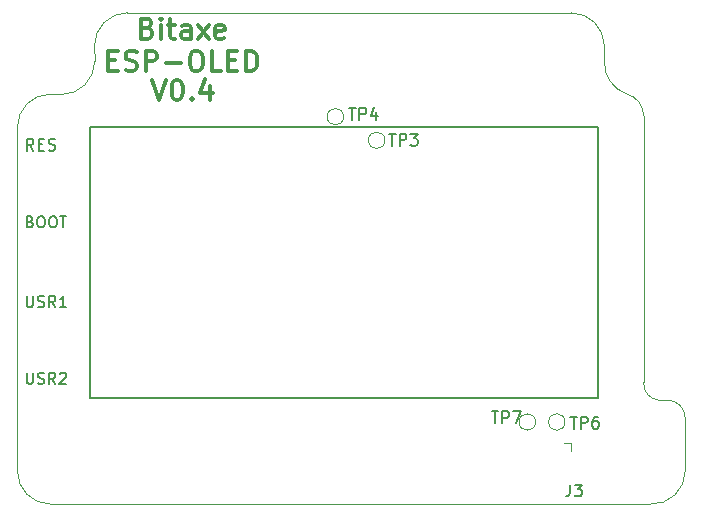
<source format=gbr>
%TF.GenerationSoftware,KiCad,Pcbnew,8.0.6*%
%TF.CreationDate,2024-11-01T22:46:24-06:00*%
%TF.ProjectId,bitaxe-ESP-OLED,62697461-7865-42d4-9553-502d4f4c4544,v0.4*%
%TF.SameCoordinates,Original*%
%TF.FileFunction,Legend,Top*%
%TF.FilePolarity,Positive*%
%FSLAX46Y46*%
G04 Gerber Fmt 4.6, Leading zero omitted, Abs format (unit mm)*
G04 Created by KiCad (PCBNEW 8.0.6) date 2024-11-01 22:46:24*
%MOMM*%
%LPD*%
G01*
G04 APERTURE LIST*
%ADD10C,0.150000*%
%ADD11C,0.300000*%
%ADD12C,0.200000*%
%ADD13C,0.120000*%
%TA.AperFunction,Profile*%
%ADD14C,0.100000*%
%TD*%
G04 APERTURE END LIST*
D10*
X179200000Y-71850000D02*
X179200000Y-94850000D01*
X179200000Y-94855000D02*
X136200000Y-94855000D01*
X136200000Y-94855000D02*
X136200000Y-71855000D01*
X136200000Y-71855000D02*
X179200000Y-71855000D01*
D11*
X141509272Y-67876353D02*
X142075939Y-69576353D01*
X142075939Y-69576353D02*
X142642606Y-67876353D01*
X143533082Y-67876353D02*
X143694987Y-67876353D01*
X143694987Y-67876353D02*
X143856891Y-67957305D01*
X143856891Y-67957305D02*
X143937844Y-68038258D01*
X143937844Y-68038258D02*
X144018796Y-68200162D01*
X144018796Y-68200162D02*
X144099749Y-68523972D01*
X144099749Y-68523972D02*
X144099749Y-68928734D01*
X144099749Y-68928734D02*
X144018796Y-69252543D01*
X144018796Y-69252543D02*
X143937844Y-69414448D01*
X143937844Y-69414448D02*
X143856891Y-69495401D01*
X143856891Y-69495401D02*
X143694987Y-69576353D01*
X143694987Y-69576353D02*
X143533082Y-69576353D01*
X143533082Y-69576353D02*
X143371177Y-69495401D01*
X143371177Y-69495401D02*
X143290225Y-69414448D01*
X143290225Y-69414448D02*
X143209272Y-69252543D01*
X143209272Y-69252543D02*
X143128320Y-68928734D01*
X143128320Y-68928734D02*
X143128320Y-68523972D01*
X143128320Y-68523972D02*
X143209272Y-68200162D01*
X143209272Y-68200162D02*
X143290225Y-68038258D01*
X143290225Y-68038258D02*
X143371177Y-67957305D01*
X143371177Y-67957305D02*
X143533082Y-67876353D01*
X144828320Y-69414448D02*
X144909273Y-69495401D01*
X144909273Y-69495401D02*
X144828320Y-69576353D01*
X144828320Y-69576353D02*
X144747368Y-69495401D01*
X144747368Y-69495401D02*
X144828320Y-69414448D01*
X144828320Y-69414448D02*
X144828320Y-69576353D01*
X146366416Y-68443020D02*
X146366416Y-69576353D01*
X145961654Y-67795401D02*
X145556892Y-69009686D01*
X145556892Y-69009686D02*
X146609273Y-69009686D01*
D12*
X131441101Y-73867219D02*
X131107768Y-73391028D01*
X130869673Y-73867219D02*
X130869673Y-72867219D01*
X130869673Y-72867219D02*
X131250625Y-72867219D01*
X131250625Y-72867219D02*
X131345863Y-72914838D01*
X131345863Y-72914838D02*
X131393482Y-72962457D01*
X131393482Y-72962457D02*
X131441101Y-73057695D01*
X131441101Y-73057695D02*
X131441101Y-73200552D01*
X131441101Y-73200552D02*
X131393482Y-73295790D01*
X131393482Y-73295790D02*
X131345863Y-73343409D01*
X131345863Y-73343409D02*
X131250625Y-73391028D01*
X131250625Y-73391028D02*
X130869673Y-73391028D01*
X131869673Y-73343409D02*
X132203006Y-73343409D01*
X132345863Y-73867219D02*
X131869673Y-73867219D01*
X131869673Y-73867219D02*
X131869673Y-72867219D01*
X131869673Y-72867219D02*
X132345863Y-72867219D01*
X132726816Y-73819600D02*
X132869673Y-73867219D01*
X132869673Y-73867219D02*
X133107768Y-73867219D01*
X133107768Y-73867219D02*
X133203006Y-73819600D01*
X133203006Y-73819600D02*
X133250625Y-73771980D01*
X133250625Y-73771980D02*
X133298244Y-73676742D01*
X133298244Y-73676742D02*
X133298244Y-73581504D01*
X133298244Y-73581504D02*
X133250625Y-73486266D01*
X133250625Y-73486266D02*
X133203006Y-73438647D01*
X133203006Y-73438647D02*
X133107768Y-73391028D01*
X133107768Y-73391028D02*
X132917292Y-73343409D01*
X132917292Y-73343409D02*
X132822054Y-73295790D01*
X132822054Y-73295790D02*
X132774435Y-73248171D01*
X132774435Y-73248171D02*
X132726816Y-73152933D01*
X132726816Y-73152933D02*
X132726816Y-73057695D01*
X132726816Y-73057695D02*
X132774435Y-72962457D01*
X132774435Y-72962457D02*
X132822054Y-72914838D01*
X132822054Y-72914838D02*
X132917292Y-72867219D01*
X132917292Y-72867219D02*
X133155387Y-72867219D01*
X133155387Y-72867219D02*
X133298244Y-72914838D01*
X130857768Y-92673338D02*
X130857768Y-93442385D01*
X130857768Y-93442385D02*
X130903006Y-93532861D01*
X130903006Y-93532861D02*
X130948244Y-93578100D01*
X130948244Y-93578100D02*
X131038720Y-93623338D01*
X131038720Y-93623338D02*
X131219673Y-93623338D01*
X131219673Y-93623338D02*
X131310149Y-93578100D01*
X131310149Y-93578100D02*
X131355387Y-93532861D01*
X131355387Y-93532861D02*
X131400625Y-93442385D01*
X131400625Y-93442385D02*
X131400625Y-92673338D01*
X131807768Y-93578100D02*
X131943482Y-93623338D01*
X131943482Y-93623338D02*
X132169673Y-93623338D01*
X132169673Y-93623338D02*
X132260149Y-93578100D01*
X132260149Y-93578100D02*
X132305387Y-93532861D01*
X132305387Y-93532861D02*
X132350625Y-93442385D01*
X132350625Y-93442385D02*
X132350625Y-93351909D01*
X132350625Y-93351909D02*
X132305387Y-93261433D01*
X132305387Y-93261433D02*
X132260149Y-93216195D01*
X132260149Y-93216195D02*
X132169673Y-93170957D01*
X132169673Y-93170957D02*
X131988720Y-93125719D01*
X131988720Y-93125719D02*
X131898244Y-93080480D01*
X131898244Y-93080480D02*
X131853006Y-93035242D01*
X131853006Y-93035242D02*
X131807768Y-92944766D01*
X131807768Y-92944766D02*
X131807768Y-92854290D01*
X131807768Y-92854290D02*
X131853006Y-92763814D01*
X131853006Y-92763814D02*
X131898244Y-92718576D01*
X131898244Y-92718576D02*
X131988720Y-92673338D01*
X131988720Y-92673338D02*
X132214911Y-92673338D01*
X132214911Y-92673338D02*
X132350625Y-92718576D01*
X133300625Y-93623338D02*
X132983958Y-93170957D01*
X132757768Y-93623338D02*
X132757768Y-92673338D01*
X132757768Y-92673338D02*
X133119673Y-92673338D01*
X133119673Y-92673338D02*
X133210149Y-92718576D01*
X133210149Y-92718576D02*
X133255387Y-92763814D01*
X133255387Y-92763814D02*
X133300625Y-92854290D01*
X133300625Y-92854290D02*
X133300625Y-92990004D01*
X133300625Y-92990004D02*
X133255387Y-93080480D01*
X133255387Y-93080480D02*
X133210149Y-93125719D01*
X133210149Y-93125719D02*
X133119673Y-93170957D01*
X133119673Y-93170957D02*
X132757768Y-93170957D01*
X133662530Y-92763814D02*
X133707768Y-92718576D01*
X133707768Y-92718576D02*
X133798244Y-92673338D01*
X133798244Y-92673338D02*
X134024435Y-92673338D01*
X134024435Y-92673338D02*
X134114911Y-92718576D01*
X134114911Y-92718576D02*
X134160149Y-92763814D01*
X134160149Y-92763814D02*
X134205387Y-92854290D01*
X134205387Y-92854290D02*
X134205387Y-92944766D01*
X134205387Y-92944766D02*
X134160149Y-93080480D01*
X134160149Y-93080480D02*
X133617292Y-93623338D01*
X133617292Y-93623338D02*
X134205387Y-93623338D01*
X130857768Y-86173338D02*
X130857768Y-86942385D01*
X130857768Y-86942385D02*
X130903006Y-87032861D01*
X130903006Y-87032861D02*
X130948244Y-87078100D01*
X130948244Y-87078100D02*
X131038720Y-87123338D01*
X131038720Y-87123338D02*
X131219673Y-87123338D01*
X131219673Y-87123338D02*
X131310149Y-87078100D01*
X131310149Y-87078100D02*
X131355387Y-87032861D01*
X131355387Y-87032861D02*
X131400625Y-86942385D01*
X131400625Y-86942385D02*
X131400625Y-86173338D01*
X131807768Y-87078100D02*
X131943482Y-87123338D01*
X131943482Y-87123338D02*
X132169673Y-87123338D01*
X132169673Y-87123338D02*
X132260149Y-87078100D01*
X132260149Y-87078100D02*
X132305387Y-87032861D01*
X132305387Y-87032861D02*
X132350625Y-86942385D01*
X132350625Y-86942385D02*
X132350625Y-86851909D01*
X132350625Y-86851909D02*
X132305387Y-86761433D01*
X132305387Y-86761433D02*
X132260149Y-86716195D01*
X132260149Y-86716195D02*
X132169673Y-86670957D01*
X132169673Y-86670957D02*
X131988720Y-86625719D01*
X131988720Y-86625719D02*
X131898244Y-86580480D01*
X131898244Y-86580480D02*
X131853006Y-86535242D01*
X131853006Y-86535242D02*
X131807768Y-86444766D01*
X131807768Y-86444766D02*
X131807768Y-86354290D01*
X131807768Y-86354290D02*
X131853006Y-86263814D01*
X131853006Y-86263814D02*
X131898244Y-86218576D01*
X131898244Y-86218576D02*
X131988720Y-86173338D01*
X131988720Y-86173338D02*
X132214911Y-86173338D01*
X132214911Y-86173338D02*
X132350625Y-86218576D01*
X133300625Y-87123338D02*
X132983958Y-86670957D01*
X132757768Y-87123338D02*
X132757768Y-86173338D01*
X132757768Y-86173338D02*
X133119673Y-86173338D01*
X133119673Y-86173338D02*
X133210149Y-86218576D01*
X133210149Y-86218576D02*
X133255387Y-86263814D01*
X133255387Y-86263814D02*
X133300625Y-86354290D01*
X133300625Y-86354290D02*
X133300625Y-86490004D01*
X133300625Y-86490004D02*
X133255387Y-86580480D01*
X133255387Y-86580480D02*
X133210149Y-86625719D01*
X133210149Y-86625719D02*
X133119673Y-86670957D01*
X133119673Y-86670957D02*
X132757768Y-86670957D01*
X134205387Y-87123338D02*
X133662530Y-87123338D01*
X133933958Y-87123338D02*
X133933958Y-86173338D01*
X133933958Y-86173338D02*
X133843482Y-86309052D01*
X133843482Y-86309052D02*
X133753006Y-86399528D01*
X133753006Y-86399528D02*
X133662530Y-86444766D01*
D11*
X141095238Y-63498972D02*
X141338095Y-63579924D01*
X141338095Y-63579924D02*
X141419048Y-63660876D01*
X141419048Y-63660876D02*
X141500000Y-63822781D01*
X141500000Y-63822781D02*
X141500000Y-64065638D01*
X141500000Y-64065638D02*
X141419048Y-64227543D01*
X141419048Y-64227543D02*
X141338095Y-64308496D01*
X141338095Y-64308496D02*
X141176190Y-64389448D01*
X141176190Y-64389448D02*
X140528571Y-64389448D01*
X140528571Y-64389448D02*
X140528571Y-62689448D01*
X140528571Y-62689448D02*
X141095238Y-62689448D01*
X141095238Y-62689448D02*
X141257143Y-62770400D01*
X141257143Y-62770400D02*
X141338095Y-62851353D01*
X141338095Y-62851353D02*
X141419048Y-63013257D01*
X141419048Y-63013257D02*
X141419048Y-63175162D01*
X141419048Y-63175162D02*
X141338095Y-63337067D01*
X141338095Y-63337067D02*
X141257143Y-63418019D01*
X141257143Y-63418019D02*
X141095238Y-63498972D01*
X141095238Y-63498972D02*
X140528571Y-63498972D01*
X142228571Y-64389448D02*
X142228571Y-63256115D01*
X142228571Y-62689448D02*
X142147619Y-62770400D01*
X142147619Y-62770400D02*
X142228571Y-62851353D01*
X142228571Y-62851353D02*
X142309524Y-62770400D01*
X142309524Y-62770400D02*
X142228571Y-62689448D01*
X142228571Y-62689448D02*
X142228571Y-62851353D01*
X142795238Y-63256115D02*
X143442857Y-63256115D01*
X143038095Y-62689448D02*
X143038095Y-64146591D01*
X143038095Y-64146591D02*
X143119048Y-64308496D01*
X143119048Y-64308496D02*
X143280953Y-64389448D01*
X143280953Y-64389448D02*
X143442857Y-64389448D01*
X144738096Y-64389448D02*
X144738096Y-63498972D01*
X144738096Y-63498972D02*
X144657143Y-63337067D01*
X144657143Y-63337067D02*
X144495239Y-63256115D01*
X144495239Y-63256115D02*
X144171429Y-63256115D01*
X144171429Y-63256115D02*
X144009524Y-63337067D01*
X144738096Y-64308496D02*
X144576191Y-64389448D01*
X144576191Y-64389448D02*
X144171429Y-64389448D01*
X144171429Y-64389448D02*
X144009524Y-64308496D01*
X144009524Y-64308496D02*
X143928572Y-64146591D01*
X143928572Y-64146591D02*
X143928572Y-63984686D01*
X143928572Y-63984686D02*
X144009524Y-63822781D01*
X144009524Y-63822781D02*
X144171429Y-63741829D01*
X144171429Y-63741829D02*
X144576191Y-63741829D01*
X144576191Y-63741829D02*
X144738096Y-63660876D01*
X145385715Y-64389448D02*
X146276191Y-63256115D01*
X145385715Y-63256115D02*
X146276191Y-64389448D01*
X147571428Y-64308496D02*
X147409524Y-64389448D01*
X147409524Y-64389448D02*
X147085714Y-64389448D01*
X147085714Y-64389448D02*
X146923809Y-64308496D01*
X146923809Y-64308496D02*
X146842857Y-64146591D01*
X146842857Y-64146591D02*
X146842857Y-63498972D01*
X146842857Y-63498972D02*
X146923809Y-63337067D01*
X146923809Y-63337067D02*
X147085714Y-63256115D01*
X147085714Y-63256115D02*
X147409524Y-63256115D01*
X147409524Y-63256115D02*
X147571428Y-63337067D01*
X147571428Y-63337067D02*
X147652381Y-63498972D01*
X147652381Y-63498972D02*
X147652381Y-63660876D01*
X147652381Y-63660876D02*
X146842857Y-63822781D01*
X137776190Y-66235877D02*
X138342857Y-66235877D01*
X138585714Y-67126353D02*
X137776190Y-67126353D01*
X137776190Y-67126353D02*
X137776190Y-65426353D01*
X137776190Y-65426353D02*
X138585714Y-65426353D01*
X139233333Y-67045401D02*
X139476190Y-67126353D01*
X139476190Y-67126353D02*
X139880952Y-67126353D01*
X139880952Y-67126353D02*
X140042857Y-67045401D01*
X140042857Y-67045401D02*
X140123809Y-66964448D01*
X140123809Y-66964448D02*
X140204762Y-66802543D01*
X140204762Y-66802543D02*
X140204762Y-66640639D01*
X140204762Y-66640639D02*
X140123809Y-66478734D01*
X140123809Y-66478734D02*
X140042857Y-66397781D01*
X140042857Y-66397781D02*
X139880952Y-66316829D01*
X139880952Y-66316829D02*
X139557143Y-66235877D01*
X139557143Y-66235877D02*
X139395238Y-66154924D01*
X139395238Y-66154924D02*
X139314285Y-66073972D01*
X139314285Y-66073972D02*
X139233333Y-65912067D01*
X139233333Y-65912067D02*
X139233333Y-65750162D01*
X139233333Y-65750162D02*
X139314285Y-65588258D01*
X139314285Y-65588258D02*
X139395238Y-65507305D01*
X139395238Y-65507305D02*
X139557143Y-65426353D01*
X139557143Y-65426353D02*
X139961904Y-65426353D01*
X139961904Y-65426353D02*
X140204762Y-65507305D01*
X140933333Y-67126353D02*
X140933333Y-65426353D01*
X140933333Y-65426353D02*
X141580952Y-65426353D01*
X141580952Y-65426353D02*
X141742857Y-65507305D01*
X141742857Y-65507305D02*
X141823810Y-65588258D01*
X141823810Y-65588258D02*
X141904762Y-65750162D01*
X141904762Y-65750162D02*
X141904762Y-65993020D01*
X141904762Y-65993020D02*
X141823810Y-66154924D01*
X141823810Y-66154924D02*
X141742857Y-66235877D01*
X141742857Y-66235877D02*
X141580952Y-66316829D01*
X141580952Y-66316829D02*
X140933333Y-66316829D01*
X142633333Y-66478734D02*
X143928572Y-66478734D01*
X145061905Y-65426353D02*
X145385714Y-65426353D01*
X145385714Y-65426353D02*
X145547619Y-65507305D01*
X145547619Y-65507305D02*
X145709524Y-65669210D01*
X145709524Y-65669210D02*
X145790476Y-65993020D01*
X145790476Y-65993020D02*
X145790476Y-66559686D01*
X145790476Y-66559686D02*
X145709524Y-66883496D01*
X145709524Y-66883496D02*
X145547619Y-67045401D01*
X145547619Y-67045401D02*
X145385714Y-67126353D01*
X145385714Y-67126353D02*
X145061905Y-67126353D01*
X145061905Y-67126353D02*
X144900000Y-67045401D01*
X144900000Y-67045401D02*
X144738095Y-66883496D01*
X144738095Y-66883496D02*
X144657143Y-66559686D01*
X144657143Y-66559686D02*
X144657143Y-65993020D01*
X144657143Y-65993020D02*
X144738095Y-65669210D01*
X144738095Y-65669210D02*
X144900000Y-65507305D01*
X144900000Y-65507305D02*
X145061905Y-65426353D01*
X147328571Y-67126353D02*
X146519047Y-67126353D01*
X146519047Y-67126353D02*
X146519047Y-65426353D01*
X147895237Y-66235877D02*
X148461904Y-66235877D01*
X148704761Y-67126353D02*
X147895237Y-67126353D01*
X147895237Y-67126353D02*
X147895237Y-65426353D01*
X147895237Y-65426353D02*
X148704761Y-65426353D01*
X149433332Y-67126353D02*
X149433332Y-65426353D01*
X149433332Y-65426353D02*
X149838094Y-65426353D01*
X149838094Y-65426353D02*
X150080951Y-65507305D01*
X150080951Y-65507305D02*
X150242856Y-65669210D01*
X150242856Y-65669210D02*
X150323809Y-65831115D01*
X150323809Y-65831115D02*
X150404761Y-66154924D01*
X150404761Y-66154924D02*
X150404761Y-66397781D01*
X150404761Y-66397781D02*
X150323809Y-66721591D01*
X150323809Y-66721591D02*
X150242856Y-66883496D01*
X150242856Y-66883496D02*
X150080951Y-67045401D01*
X150080951Y-67045401D02*
X149838094Y-67126353D01*
X149838094Y-67126353D02*
X149433332Y-67126353D01*
D12*
X131174435Y-79875719D02*
X131310149Y-79920957D01*
X131310149Y-79920957D02*
X131355387Y-79966195D01*
X131355387Y-79966195D02*
X131400625Y-80056671D01*
X131400625Y-80056671D02*
X131400625Y-80192385D01*
X131400625Y-80192385D02*
X131355387Y-80282861D01*
X131355387Y-80282861D02*
X131310149Y-80328100D01*
X131310149Y-80328100D02*
X131219673Y-80373338D01*
X131219673Y-80373338D02*
X130857768Y-80373338D01*
X130857768Y-80373338D02*
X130857768Y-79423338D01*
X130857768Y-79423338D02*
X131174435Y-79423338D01*
X131174435Y-79423338D02*
X131264911Y-79468576D01*
X131264911Y-79468576D02*
X131310149Y-79513814D01*
X131310149Y-79513814D02*
X131355387Y-79604290D01*
X131355387Y-79604290D02*
X131355387Y-79694766D01*
X131355387Y-79694766D02*
X131310149Y-79785242D01*
X131310149Y-79785242D02*
X131264911Y-79830480D01*
X131264911Y-79830480D02*
X131174435Y-79875719D01*
X131174435Y-79875719D02*
X130857768Y-79875719D01*
X131988720Y-79423338D02*
X132169673Y-79423338D01*
X132169673Y-79423338D02*
X132260149Y-79468576D01*
X132260149Y-79468576D02*
X132350625Y-79559052D01*
X132350625Y-79559052D02*
X132395863Y-79740004D01*
X132395863Y-79740004D02*
X132395863Y-80056671D01*
X132395863Y-80056671D02*
X132350625Y-80237623D01*
X132350625Y-80237623D02*
X132260149Y-80328100D01*
X132260149Y-80328100D02*
X132169673Y-80373338D01*
X132169673Y-80373338D02*
X131988720Y-80373338D01*
X131988720Y-80373338D02*
X131898244Y-80328100D01*
X131898244Y-80328100D02*
X131807768Y-80237623D01*
X131807768Y-80237623D02*
X131762530Y-80056671D01*
X131762530Y-80056671D02*
X131762530Y-79740004D01*
X131762530Y-79740004D02*
X131807768Y-79559052D01*
X131807768Y-79559052D02*
X131898244Y-79468576D01*
X131898244Y-79468576D02*
X131988720Y-79423338D01*
X132983958Y-79423338D02*
X133164911Y-79423338D01*
X133164911Y-79423338D02*
X133255387Y-79468576D01*
X133255387Y-79468576D02*
X133345863Y-79559052D01*
X133345863Y-79559052D02*
X133391101Y-79740004D01*
X133391101Y-79740004D02*
X133391101Y-80056671D01*
X133391101Y-80056671D02*
X133345863Y-80237623D01*
X133345863Y-80237623D02*
X133255387Y-80328100D01*
X133255387Y-80328100D02*
X133164911Y-80373338D01*
X133164911Y-80373338D02*
X132983958Y-80373338D01*
X132983958Y-80373338D02*
X132893482Y-80328100D01*
X132893482Y-80328100D02*
X132803006Y-80237623D01*
X132803006Y-80237623D02*
X132757768Y-80056671D01*
X132757768Y-80056671D02*
X132757768Y-79740004D01*
X132757768Y-79740004D02*
X132803006Y-79559052D01*
X132803006Y-79559052D02*
X132893482Y-79468576D01*
X132893482Y-79468576D02*
X132983958Y-79423338D01*
X133662530Y-79423338D02*
X134205387Y-79423338D01*
X133933958Y-80373338D02*
X133933958Y-79423338D01*
D10*
X161538095Y-72454819D02*
X162109523Y-72454819D01*
X161823809Y-73454819D02*
X161823809Y-72454819D01*
X162442857Y-73454819D02*
X162442857Y-72454819D01*
X162442857Y-72454819D02*
X162823809Y-72454819D01*
X162823809Y-72454819D02*
X162919047Y-72502438D01*
X162919047Y-72502438D02*
X162966666Y-72550057D01*
X162966666Y-72550057D02*
X163014285Y-72645295D01*
X163014285Y-72645295D02*
X163014285Y-72788152D01*
X163014285Y-72788152D02*
X162966666Y-72883390D01*
X162966666Y-72883390D02*
X162919047Y-72931009D01*
X162919047Y-72931009D02*
X162823809Y-72978628D01*
X162823809Y-72978628D02*
X162442857Y-72978628D01*
X163347619Y-72454819D02*
X163966666Y-72454819D01*
X163966666Y-72454819D02*
X163633333Y-72835771D01*
X163633333Y-72835771D02*
X163776190Y-72835771D01*
X163776190Y-72835771D02*
X163871428Y-72883390D01*
X163871428Y-72883390D02*
X163919047Y-72931009D01*
X163919047Y-72931009D02*
X163966666Y-73026247D01*
X163966666Y-73026247D02*
X163966666Y-73264342D01*
X163966666Y-73264342D02*
X163919047Y-73359580D01*
X163919047Y-73359580D02*
X163871428Y-73407200D01*
X163871428Y-73407200D02*
X163776190Y-73454819D01*
X163776190Y-73454819D02*
X163490476Y-73454819D01*
X163490476Y-73454819D02*
X163395238Y-73407200D01*
X163395238Y-73407200D02*
X163347619Y-73359580D01*
X176866666Y-102154819D02*
X176866666Y-102869104D01*
X176866666Y-102869104D02*
X176819047Y-103011961D01*
X176819047Y-103011961D02*
X176723809Y-103107200D01*
X176723809Y-103107200D02*
X176580952Y-103154819D01*
X176580952Y-103154819D02*
X176485714Y-103154819D01*
X177247619Y-102154819D02*
X177866666Y-102154819D01*
X177866666Y-102154819D02*
X177533333Y-102535771D01*
X177533333Y-102535771D02*
X177676190Y-102535771D01*
X177676190Y-102535771D02*
X177771428Y-102583390D01*
X177771428Y-102583390D02*
X177819047Y-102631009D01*
X177819047Y-102631009D02*
X177866666Y-102726247D01*
X177866666Y-102726247D02*
X177866666Y-102964342D01*
X177866666Y-102964342D02*
X177819047Y-103059580D01*
X177819047Y-103059580D02*
X177771428Y-103107200D01*
X177771428Y-103107200D02*
X177676190Y-103154819D01*
X177676190Y-103154819D02*
X177390476Y-103154819D01*
X177390476Y-103154819D02*
X177295238Y-103107200D01*
X177295238Y-103107200D02*
X177247619Y-103059580D01*
X170238095Y-95954819D02*
X170809523Y-95954819D01*
X170523809Y-96954819D02*
X170523809Y-95954819D01*
X171142857Y-96954819D02*
X171142857Y-95954819D01*
X171142857Y-95954819D02*
X171523809Y-95954819D01*
X171523809Y-95954819D02*
X171619047Y-96002438D01*
X171619047Y-96002438D02*
X171666666Y-96050057D01*
X171666666Y-96050057D02*
X171714285Y-96145295D01*
X171714285Y-96145295D02*
X171714285Y-96288152D01*
X171714285Y-96288152D02*
X171666666Y-96383390D01*
X171666666Y-96383390D02*
X171619047Y-96431009D01*
X171619047Y-96431009D02*
X171523809Y-96478628D01*
X171523809Y-96478628D02*
X171142857Y-96478628D01*
X172047619Y-95954819D02*
X172714285Y-95954819D01*
X172714285Y-95954819D02*
X172285714Y-96954819D01*
X176888095Y-96404819D02*
X177459523Y-96404819D01*
X177173809Y-97404819D02*
X177173809Y-96404819D01*
X177792857Y-97404819D02*
X177792857Y-96404819D01*
X177792857Y-96404819D02*
X178173809Y-96404819D01*
X178173809Y-96404819D02*
X178269047Y-96452438D01*
X178269047Y-96452438D02*
X178316666Y-96500057D01*
X178316666Y-96500057D02*
X178364285Y-96595295D01*
X178364285Y-96595295D02*
X178364285Y-96738152D01*
X178364285Y-96738152D02*
X178316666Y-96833390D01*
X178316666Y-96833390D02*
X178269047Y-96881009D01*
X178269047Y-96881009D02*
X178173809Y-96928628D01*
X178173809Y-96928628D02*
X177792857Y-96928628D01*
X179221428Y-96404819D02*
X179030952Y-96404819D01*
X179030952Y-96404819D02*
X178935714Y-96452438D01*
X178935714Y-96452438D02*
X178888095Y-96500057D01*
X178888095Y-96500057D02*
X178792857Y-96642914D01*
X178792857Y-96642914D02*
X178745238Y-96833390D01*
X178745238Y-96833390D02*
X178745238Y-97214342D01*
X178745238Y-97214342D02*
X178792857Y-97309580D01*
X178792857Y-97309580D02*
X178840476Y-97357200D01*
X178840476Y-97357200D02*
X178935714Y-97404819D01*
X178935714Y-97404819D02*
X179126190Y-97404819D01*
X179126190Y-97404819D02*
X179221428Y-97357200D01*
X179221428Y-97357200D02*
X179269047Y-97309580D01*
X179269047Y-97309580D02*
X179316666Y-97214342D01*
X179316666Y-97214342D02*
X179316666Y-96976247D01*
X179316666Y-96976247D02*
X179269047Y-96881009D01*
X179269047Y-96881009D02*
X179221428Y-96833390D01*
X179221428Y-96833390D02*
X179126190Y-96785771D01*
X179126190Y-96785771D02*
X178935714Y-96785771D01*
X178935714Y-96785771D02*
X178840476Y-96833390D01*
X178840476Y-96833390D02*
X178792857Y-96881009D01*
X178792857Y-96881009D02*
X178745238Y-96976247D01*
X158138095Y-70254819D02*
X158709523Y-70254819D01*
X158423809Y-71254819D02*
X158423809Y-70254819D01*
X159042857Y-71254819D02*
X159042857Y-70254819D01*
X159042857Y-70254819D02*
X159423809Y-70254819D01*
X159423809Y-70254819D02*
X159519047Y-70302438D01*
X159519047Y-70302438D02*
X159566666Y-70350057D01*
X159566666Y-70350057D02*
X159614285Y-70445295D01*
X159614285Y-70445295D02*
X159614285Y-70588152D01*
X159614285Y-70588152D02*
X159566666Y-70683390D01*
X159566666Y-70683390D02*
X159519047Y-70731009D01*
X159519047Y-70731009D02*
X159423809Y-70778628D01*
X159423809Y-70778628D02*
X159042857Y-70778628D01*
X160471428Y-70588152D02*
X160471428Y-71254819D01*
X160233333Y-70207200D02*
X159995238Y-70921485D01*
X159995238Y-70921485D02*
X160614285Y-70921485D01*
D13*
%TO.C,TP3*%
X161200000Y-73000000D02*
G75*
G02*
X159800000Y-73000000I-700000J0D01*
G01*
X159800000Y-73000000D02*
G75*
G02*
X161200000Y-73000000I700000J0D01*
G01*
%TO.C,J3*%
X176355000Y-98650000D02*
X176990000Y-98650000D01*
X176990000Y-98650000D02*
X176990000Y-99285000D01*
%TO.C,TP7*%
X173950000Y-96850000D02*
G75*
G02*
X172550000Y-96850000I-700000J0D01*
G01*
X172550000Y-96850000D02*
G75*
G02*
X173950000Y-96850000I700000J0D01*
G01*
%TO.C,TP6*%
X176450000Y-96850000D02*
G75*
G02*
X175050000Y-96850000I-700000J0D01*
G01*
X175050000Y-96850000D02*
G75*
G02*
X176450000Y-96850000I700000J0D01*
G01*
%TO.C,TP4*%
X157700000Y-71000000D02*
G75*
G02*
X156300000Y-71000000I-700000J0D01*
G01*
X156300000Y-71000000D02*
G75*
G02*
X157700000Y-71000000I700000J0D01*
G01*
%TD*%
D14*
X132873000Y-103800000D02*
G75*
G02*
X130073000Y-101000000I0J2800000D01*
G01*
X176970101Y-62204899D02*
X139400000Y-62200000D01*
X186624568Y-100999053D02*
G75*
G02*
X183647004Y-103799936I-2818968J13653D01*
G01*
X130079899Y-71879899D02*
G75*
G02*
X132879899Y-69079899I2800001J-1D01*
G01*
X132873000Y-103800000D02*
X183647000Y-103800000D01*
X136600000Y-65000000D02*
G75*
G02*
X139400000Y-62200000I2800000J0D01*
G01*
X133820101Y-69120101D02*
X132879899Y-69079899D01*
X136600000Y-65000000D02*
X136620101Y-66320101D01*
X181675506Y-69070020D02*
G75*
G02*
X179779899Y-66420101I904394J2649920D01*
G01*
X181675506Y-69070020D02*
G75*
G02*
X183102045Y-70950000I-525506J-1879980D01*
G01*
X186620000Y-96500000D02*
X186620000Y-101000000D01*
X130079899Y-71879899D02*
X130073000Y-101000000D01*
X184400000Y-95000000D02*
X185120000Y-95000000D01*
X183102045Y-70950000D02*
X183100000Y-93500000D01*
X136620101Y-66320101D02*
G75*
G02*
X133820101Y-69120101I-2800001J1D01*
G01*
X176970101Y-62204899D02*
G75*
G02*
X179770101Y-65004899I-1J-2800001D01*
G01*
X184400000Y-95000000D02*
G75*
G02*
X183100000Y-93500000I100000J1400000D01*
G01*
X179770101Y-65004899D02*
X179779899Y-66420101D01*
X185120000Y-95000000D02*
G75*
G02*
X186620000Y-96500000I0J-1500000D01*
G01*
M02*

</source>
